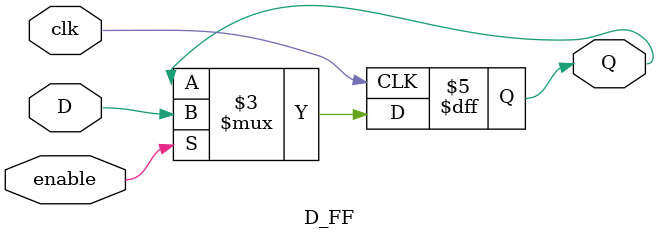
<source format=v>
module top_module (
    input clk,
    input enable,
    input S,
    input A, B, C,
    output Z );
    
    reg [7:0]q;
   
    D_FF D0 (clk, enable, S, q[0]);
    genvar i;
    
    generate
        for (i = 0; i<7; i++) begin : DFF_Gen
                D_FF D1 (clk, enable, q[i], q[i+1]);
            end
    endgenerate
    
    always @ (*)
        begin
            case ({A, B, C})
                3'b000: Z<= q[0];
                3'b001: Z<= q[1];
                3'b010: Z<= q[2];
                3'b011: Z<= q[3];
                3'b100: Z<= q[4];
                3'b101: Z<= q[5];
                3'b110: Z<= q[6];
                3'b111: Z<= q[7];
            endcase
        end
endmodule

module D_FF(
    input clk,
    input enable,
    input D,
    output Q);
    
    always @ (posedge clk)
        begin
            if (enable)
            	Q <= D;
            else
                Q <= Q;
        end
endmodule
</source>
